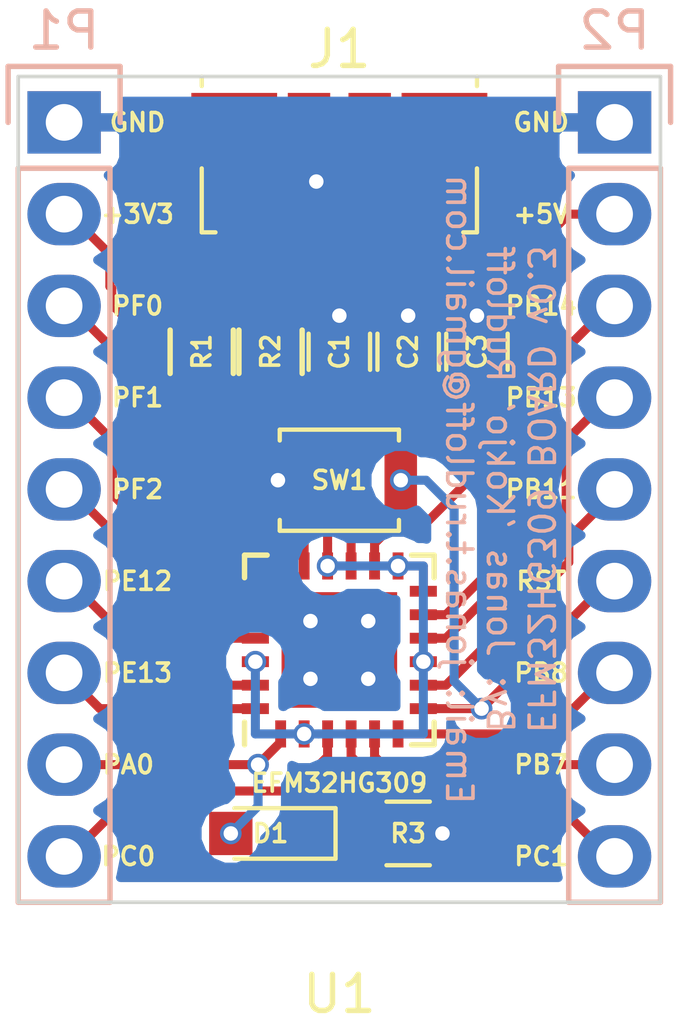
<source format=kicad_pcb>
(kicad_pcb (version 4) (host pcbnew 4.0.7+dfsg1-1)

  (general
    (links 49)
    (no_connects 0)
    (area 134.686667 93.569 159.953334 122.795)
    (thickness 1.6)
    (drawings 24)
    (tracks 158)
    (zones 0)
    (modules 12)
    (nets 25)
  )

  (page A4)
  (layers
    (0 F.Cu signal)
    (31 B.Cu signal)
    (32 B.Adhes user hide)
    (33 F.Adhes user hide)
    (34 B.Paste user hide)
    (35 F.Paste user hide)
    (36 B.SilkS user)
    (37 F.SilkS user)
    (38 B.Mask user hide)
    (39 F.Mask user hide)
    (40 Dwgs.User user hide)
    (41 Cmts.User user hide)
    (42 Eco1.User user hide)
    (43 Eco2.User user hide)
    (44 Edge.Cuts user)
    (45 Margin user hide)
    (46 B.CrtYd user hide)
    (47 F.CrtYd user hide)
    (48 B.Fab user hide)
    (49 F.Fab user hide)
  )

  (setup
    (last_trace_width 0.25)
    (trace_clearance 0.18)
    (zone_clearance 0.508)
    (zone_45_only no)
    (trace_min 0.2)
    (segment_width 0.2)
    (edge_width 0.1)
    (via_size 0.6)
    (via_drill 0.4)
    (via_min_size 0.4)
    (via_min_drill 0.3)
    (uvia_size 0.3)
    (uvia_drill 0.1)
    (uvias_allowed no)
    (uvia_min_size 0.2)
    (uvia_min_drill 0.1)
    (pcb_text_width 0.1)
    (pcb_text_size 0.5 0.5)
    (mod_edge_width 0.15)
    (mod_text_size 0.5 0.5)
    (mod_text_width 0.1)
    (pad_size 1.5 1.5)
    (pad_drill 0.6)
    (pad_to_mask_clearance 0)
    (aux_axis_origin 0 0)
    (visible_elements FFFF7F7F)
    (pcbplotparams
      (layerselection 0x00008_00000000)
      (usegerberextensions false)
      (excludeedgelayer true)
      (linewidth 0.100000)
      (plotframeref false)
      (viasonmask false)
      (mode 1)
      (useauxorigin false)
      (hpglpennumber 1)
      (hpglpenspeed 20)
      (hpglpendiameter 15)
      (hpglpenoverlay 2)
      (psnegative false)
      (psa4output false)
      (plotreference true)
      (plotvalue true)
      (plotinvisibletext false)
      (padsonsilk false)
      (subtractmaskfromsilk false)
      (outputformat 1)
      (mirror false)
      (drillshape 0)
      (scaleselection 1)
      (outputdirectory gerbers/))
  )

  (net 0 "")
  (net 1 GND)
  (net 2 +3V3)
  (net 3 +5V)
  (net 4 "Net-(R1-Pad2)")
  (net 5 "Net-(R2-Pad2)")
  (net 6 /PF0)
  (net 7 /PF1)
  (net 8 /PF2)
  (net 9 /PE12)
  (net 10 /PE13)
  (net 11 /PA0)
  (net 12 /PC0)
  (net 13 /PB14)
  (net 14 /PB13)
  (net 15 /PB11)
  (net 16 /RST)
  (net 17 /PB8)
  (net 18 /PB7)
  (net 19 /PC1)
  (net 20 "Net-(C3-Pad1)")
  (net 21 "Net-(D1-Pad1)")
  (net 22 "Net-(J1-Pad2)")
  (net 23 "Net-(J1-Pad3)")
  (net 24 "Net-(J1-Pad6)")

  (net_class Default "This is the default net class."
    (clearance 0.18)
    (trace_width 0.25)
    (via_dia 0.6)
    (via_drill 0.4)
    (uvia_dia 0.3)
    (uvia_drill 0.1)
    (add_net +3V3)
    (add_net +5V)
    (add_net /PA0)
    (add_net /PB11)
    (add_net /PB13)
    (add_net /PB14)
    (add_net /PB7)
    (add_net /PB8)
    (add_net /PC0)
    (add_net /PC1)
    (add_net /PE12)
    (add_net /PE13)
    (add_net /PF0)
    (add_net /PF1)
    (add_net /PF2)
    (add_net /RST)
    (add_net GND)
    (add_net "Net-(C3-Pad1)")
    (add_net "Net-(D1-Pad1)")
    (add_net "Net-(J1-Pad2)")
    (add_net "Net-(J1-Pad3)")
    (add_net "Net-(J1-Pad6)")
    (add_net "Net-(R1-Pad2)")
    (add_net "Net-(R2-Pad2)")
  )

  (module Pin_Headers:Pin_Header_Straight_1x09 (layer B.Cu) (tedit 0) (tstamp 5A79F576)
    (at 139.7 97.79 180)
    (descr "Through hole pin header")
    (tags "pin header")
    (path /5A79C357)
    (fp_text reference P1 (at 0 2.54 180) (layer B.SilkS)
      (effects (font (size 1 1) (thickness 0.15)) (justify mirror))
    )
    (fp_text value CONN_01X09 (at 0 3.1 180) (layer B.Fab)
      (effects (font (size 1 1) (thickness 0.15)) (justify mirror))
    )
    (fp_line (start -1.75 1.75) (end -1.75 -22.1) (layer B.CrtYd) (width 0.05))
    (fp_line (start 1.75 1.75) (end 1.75 -22.1) (layer B.CrtYd) (width 0.05))
    (fp_line (start -1.75 1.75) (end 1.75 1.75) (layer B.CrtYd) (width 0.05))
    (fp_line (start -1.75 -22.1) (end 1.75 -22.1) (layer B.CrtYd) (width 0.05))
    (fp_line (start 1.27 -1.27) (end 1.27 -21.59) (layer B.SilkS) (width 0.15))
    (fp_line (start 1.27 -21.59) (end -1.27 -21.59) (layer B.SilkS) (width 0.15))
    (fp_line (start -1.27 -21.59) (end -1.27 -1.27) (layer B.SilkS) (width 0.15))
    (fp_line (start 1.55 1.55) (end 1.55 0) (layer B.SilkS) (width 0.15))
    (fp_line (start 1.27 -1.27) (end -1.27 -1.27) (layer B.SilkS) (width 0.15))
    (fp_line (start -1.55 0) (end -1.55 1.55) (layer B.SilkS) (width 0.15))
    (fp_line (start -1.55 1.55) (end 1.55 1.55) (layer B.SilkS) (width 0.15))
    (pad 1 thru_hole rect (at 0 0 180) (size 2.032 1.7272) (drill 1.016) (layers *.Cu *.Mask)
      (net 1 GND))
    (pad 2 thru_hole oval (at 0 -2.54 180) (size 2.032 1.7272) (drill 1.016) (layers *.Cu *.Mask)
      (net 2 +3V3))
    (pad 3 thru_hole oval (at 0 -5.08 180) (size 2.032 1.7272) (drill 1.016) (layers *.Cu *.Mask)
      (net 6 /PF0))
    (pad 4 thru_hole oval (at 0 -7.62 180) (size 2.032 1.7272) (drill 1.016) (layers *.Cu *.Mask)
      (net 7 /PF1))
    (pad 5 thru_hole oval (at 0 -10.16 180) (size 2.032 1.7272) (drill 1.016) (layers *.Cu *.Mask)
      (net 8 /PF2))
    (pad 6 thru_hole oval (at 0 -12.7 180) (size 2.032 1.7272) (drill 1.016) (layers *.Cu *.Mask)
      (net 9 /PE12))
    (pad 7 thru_hole oval (at 0 -15.24 180) (size 2.032 1.7272) (drill 1.016) (layers *.Cu *.Mask)
      (net 10 /PE13))
    (pad 8 thru_hole oval (at 0 -17.78 180) (size 2.032 1.7272) (drill 1.016) (layers *.Cu *.Mask)
      (net 11 /PA0))
    (pad 9 thru_hole oval (at 0 -20.32 180) (size 2.032 1.7272) (drill 1.016) (layers *.Cu *.Mask)
      (net 12 /PC0))
    (model Pin_Headers.3dshapes/Pin_Header_Straight_1x09.wrl
      (at (xyz 0 -0.4 0))
      (scale (xyz 1 1 1))
      (rotate (xyz 0 0 90))
    )
  )

  (module Pin_Headers:Pin_Header_Straight_1x09 (layer B.Cu) (tedit 0) (tstamp 5A79F58E)
    (at 154.94 97.79 180)
    (descr "Through hole pin header")
    (tags "pin header")
    (path /5A79C440)
    (fp_text reference P2 (at 0 2.54 180) (layer B.SilkS)
      (effects (font (size 1 1) (thickness 0.15)) (justify mirror))
    )
    (fp_text value CONN_01X09 (at 0 3.1 180) (layer B.Fab)
      (effects (font (size 1 1) (thickness 0.15)) (justify mirror))
    )
    (fp_line (start -1.75 1.75) (end -1.75 -22.1) (layer B.CrtYd) (width 0.05))
    (fp_line (start 1.75 1.75) (end 1.75 -22.1) (layer B.CrtYd) (width 0.05))
    (fp_line (start -1.75 1.75) (end 1.75 1.75) (layer B.CrtYd) (width 0.05))
    (fp_line (start -1.75 -22.1) (end 1.75 -22.1) (layer B.CrtYd) (width 0.05))
    (fp_line (start 1.27 -1.27) (end 1.27 -21.59) (layer B.SilkS) (width 0.15))
    (fp_line (start 1.27 -21.59) (end -1.27 -21.59) (layer B.SilkS) (width 0.15))
    (fp_line (start -1.27 -21.59) (end -1.27 -1.27) (layer B.SilkS) (width 0.15))
    (fp_line (start 1.55 1.55) (end 1.55 0) (layer B.SilkS) (width 0.15))
    (fp_line (start 1.27 -1.27) (end -1.27 -1.27) (layer B.SilkS) (width 0.15))
    (fp_line (start -1.55 0) (end -1.55 1.55) (layer B.SilkS) (width 0.15))
    (fp_line (start -1.55 1.55) (end 1.55 1.55) (layer B.SilkS) (width 0.15))
    (pad 1 thru_hole rect (at 0 0 180) (size 2.032 1.7272) (drill 1.016) (layers *.Cu *.Mask)
      (net 1 GND))
    (pad 2 thru_hole oval (at 0 -2.54 180) (size 2.032 1.7272) (drill 1.016) (layers *.Cu *.Mask)
      (net 3 +5V))
    (pad 3 thru_hole oval (at 0 -5.08 180) (size 2.032 1.7272) (drill 1.016) (layers *.Cu *.Mask)
      (net 13 /PB14))
    (pad 4 thru_hole oval (at 0 -7.62 180) (size 2.032 1.7272) (drill 1.016) (layers *.Cu *.Mask)
      (net 14 /PB13))
    (pad 5 thru_hole oval (at 0 -10.16 180) (size 2.032 1.7272) (drill 1.016) (layers *.Cu *.Mask)
      (net 15 /PB11))
    (pad 6 thru_hole oval (at 0 -12.7 180) (size 2.032 1.7272) (drill 1.016) (layers *.Cu *.Mask)
      (net 16 /RST))
    (pad 7 thru_hole oval (at 0 -15.24 180) (size 2.032 1.7272) (drill 1.016) (layers *.Cu *.Mask)
      (net 17 /PB8))
    (pad 8 thru_hole oval (at 0 -17.78 180) (size 2.032 1.7272) (drill 1.016) (layers *.Cu *.Mask)
      (net 18 /PB7))
    (pad 9 thru_hole oval (at 0 -20.32 180) (size 2.032 1.7272) (drill 1.016) (layers *.Cu *.Mask)
      (net 19 /PC1))
    (model Pin_Headers.3dshapes/Pin_Header_Straight_1x09.wrl
      (at (xyz 0 -0.4 0))
      (scale (xyz 1 1 1))
      (rotate (xyz 0 0 90))
    )
  )

  (module Resistors_SMD:R_0805 (layer F.Cu) (tedit 5ADCDAAA) (tstamp 5A79F5BE)
    (at 143.51 104.14 270)
    (descr "Resistor SMD 0805, reflow soldering, Vishay (see dcrcw.pdf)")
    (tags "resistor 0805")
    (path /5A79B89A)
    (attr smd)
    (fp_text reference R1 (at 0 0 270) (layer F.SilkS)
      (effects (font (size 0.5 0.5) (thickness 0.1)))
    )
    (fp_text value 15 (at 0 2.1 270) (layer F.Fab)
      (effects (font (size 1 1) (thickness 0.15)))
    )
    (fp_line (start -1 0.625) (end -1 -0.625) (layer F.Fab) (width 0.1))
    (fp_line (start 1 0.625) (end -1 0.625) (layer F.Fab) (width 0.1))
    (fp_line (start 1 -0.625) (end 1 0.625) (layer F.Fab) (width 0.1))
    (fp_line (start -1 -0.625) (end 1 -0.625) (layer F.Fab) (width 0.1))
    (fp_line (start -1.6 -1) (end 1.6 -1) (layer F.CrtYd) (width 0.05))
    (fp_line (start -1.6 1) (end 1.6 1) (layer F.CrtYd) (width 0.05))
    (fp_line (start -1.6 -1) (end -1.6 1) (layer F.CrtYd) (width 0.05))
    (fp_line (start 1.6 -1) (end 1.6 1) (layer F.CrtYd) (width 0.05))
    (fp_line (start 0.6 0.875) (end -0.6 0.875) (layer F.SilkS) (width 0.15))
    (fp_line (start -0.6 -0.875) (end 0.6 -0.875) (layer F.SilkS) (width 0.15))
    (pad 1 smd rect (at -0.95 0 270) (size 0.7 1.3) (layers F.Cu F.Paste F.Mask)
      (net 23 "Net-(J1-Pad3)"))
    (pad 2 smd rect (at 0.95 0 270) (size 0.7 1.3) (layers F.Cu F.Paste F.Mask)
      (net 4 "Net-(R1-Pad2)"))
    (model Resistors_SMD.3dshapes/R_0805.wrl
      (at (xyz 0 0 0))
      (scale (xyz 1 1 1))
      (rotate (xyz 0 0 0))
    )
  )

  (module Resistors_SMD:R_0805 (layer F.Cu) (tedit 5ADCDAA3) (tstamp 5A79F5CE)
    (at 145.415 104.14 270)
    (descr "Resistor SMD 0805, reflow soldering, Vishay (see dcrcw.pdf)")
    (tags "resistor 0805")
    (path /5A79B80C)
    (attr smd)
    (fp_text reference R2 (at 0 0 270) (layer F.SilkS)
      (effects (font (size 0.5 0.5) (thickness 0.1)))
    )
    (fp_text value 15 (at 0 2.1 270) (layer F.Fab)
      (effects (font (size 1 1) (thickness 0.15)))
    )
    (fp_line (start -1 0.625) (end -1 -0.625) (layer F.Fab) (width 0.1))
    (fp_line (start 1 0.625) (end -1 0.625) (layer F.Fab) (width 0.1))
    (fp_line (start 1 -0.625) (end 1 0.625) (layer F.Fab) (width 0.1))
    (fp_line (start -1 -0.625) (end 1 -0.625) (layer F.Fab) (width 0.1))
    (fp_line (start -1.6 -1) (end 1.6 -1) (layer F.CrtYd) (width 0.05))
    (fp_line (start -1.6 1) (end 1.6 1) (layer F.CrtYd) (width 0.05))
    (fp_line (start -1.6 -1) (end -1.6 1) (layer F.CrtYd) (width 0.05))
    (fp_line (start 1.6 -1) (end 1.6 1) (layer F.CrtYd) (width 0.05))
    (fp_line (start 0.6 0.875) (end -0.6 0.875) (layer F.SilkS) (width 0.15))
    (fp_line (start -0.6 -0.875) (end 0.6 -0.875) (layer F.SilkS) (width 0.15))
    (pad 1 smd rect (at -0.95 0 270) (size 0.7 1.3) (layers F.Cu F.Paste F.Mask)
      (net 22 "Net-(J1-Pad2)"))
    (pad 2 smd rect (at 0.95 0 270) (size 0.7 1.3) (layers F.Cu F.Paste F.Mask)
      (net 5 "Net-(R2-Pad2)"))
    (model Resistors_SMD.3dshapes/R_0805.wrl
      (at (xyz 0 0 0))
      (scale (xyz 1 1 1))
      (rotate (xyz 0 0 0))
    )
  )

  (module Capacitors_SMD:C_0805 (layer F.Cu) (tedit 5ADCDA85) (tstamp 5ADBEA0D)
    (at 147.32 104.14 90)
    (descr "Capacitor SMD 0805, reflow soldering, AVX (see smccp.pdf)")
    (tags "capacitor 0805")
    (path /5A79BC32)
    (attr smd)
    (fp_text reference C1 (at 0 0 90) (layer F.SilkS)
      (effects (font (size 0.5 0.5) (thickness 0.1)))
    )
    (fp_text value 1uF (at 0 1.75 90) (layer F.Fab)
      (effects (font (size 1 1) (thickness 0.15)))
    )
    (fp_text user %R (at 0 -1.5 90) (layer F.Fab)
      (effects (font (size 1 1) (thickness 0.15)))
    )
    (fp_line (start -1 0.62) (end -1 -0.62) (layer F.Fab) (width 0.1))
    (fp_line (start 1 0.62) (end -1 0.62) (layer F.Fab) (width 0.1))
    (fp_line (start 1 -0.62) (end 1 0.62) (layer F.Fab) (width 0.1))
    (fp_line (start -1 -0.62) (end 1 -0.62) (layer F.Fab) (width 0.1))
    (fp_line (start 0.5 -0.85) (end -0.5 -0.85) (layer F.SilkS) (width 0.12))
    (fp_line (start -0.5 0.85) (end 0.5 0.85) (layer F.SilkS) (width 0.12))
    (fp_line (start -1.75 -0.88) (end 1.75 -0.88) (layer F.CrtYd) (width 0.05))
    (fp_line (start -1.75 -0.88) (end -1.75 0.87) (layer F.CrtYd) (width 0.05))
    (fp_line (start 1.75 0.87) (end 1.75 -0.88) (layer F.CrtYd) (width 0.05))
    (fp_line (start 1.75 0.87) (end -1.75 0.87) (layer F.CrtYd) (width 0.05))
    (pad 1 smd rect (at -1 0 90) (size 1 1.25) (layers F.Cu F.Paste F.Mask)
      (net 2 +3V3))
    (pad 2 smd rect (at 1 0 90) (size 1 1.25) (layers F.Cu F.Paste F.Mask)
      (net 1 GND))
    (model Capacitors_SMD.3dshapes/C_0805.wrl
      (at (xyz 0 0 0))
      (scale (xyz 1 1 1))
      (rotate (xyz 0 0 0))
    )
  )

  (module Capacitors_SMD:C_0805 (layer F.Cu) (tedit 5ADCDA93) (tstamp 5ADBEA1E)
    (at 149.225 104.14 90)
    (descr "Capacitor SMD 0805, reflow soldering, AVX (see smccp.pdf)")
    (tags "capacitor 0805")
    (path /5A79BF4C)
    (attr smd)
    (fp_text reference C2 (at 0 0 90) (layer F.SilkS)
      (effects (font (size 0.5 0.5) (thickness 0.1)))
    )
    (fp_text value 4.7uF (at 0 1.75 90) (layer F.Fab)
      (effects (font (size 1 1) (thickness 0.15)))
    )
    (fp_text user %R (at 0 -1.5 90) (layer F.Fab)
      (effects (font (size 1 1) (thickness 0.15)))
    )
    (fp_line (start -1 0.62) (end -1 -0.62) (layer F.Fab) (width 0.1))
    (fp_line (start 1 0.62) (end -1 0.62) (layer F.Fab) (width 0.1))
    (fp_line (start 1 -0.62) (end 1 0.62) (layer F.Fab) (width 0.1))
    (fp_line (start -1 -0.62) (end 1 -0.62) (layer F.Fab) (width 0.1))
    (fp_line (start 0.5 -0.85) (end -0.5 -0.85) (layer F.SilkS) (width 0.12))
    (fp_line (start -0.5 0.85) (end 0.5 0.85) (layer F.SilkS) (width 0.12))
    (fp_line (start -1.75 -0.88) (end 1.75 -0.88) (layer F.CrtYd) (width 0.05))
    (fp_line (start -1.75 -0.88) (end -1.75 0.87) (layer F.CrtYd) (width 0.05))
    (fp_line (start 1.75 0.87) (end 1.75 -0.88) (layer F.CrtYd) (width 0.05))
    (fp_line (start 1.75 0.87) (end -1.75 0.87) (layer F.CrtYd) (width 0.05))
    (pad 1 smd rect (at -1 0 90) (size 1 1.25) (layers F.Cu F.Paste F.Mask)
      (net 3 +5V))
    (pad 2 smd rect (at 1 0 90) (size 1 1.25) (layers F.Cu F.Paste F.Mask)
      (net 1 GND))
    (model Capacitors_SMD.3dshapes/C_0805.wrl
      (at (xyz 0 0 0))
      (scale (xyz 1 1 1))
      (rotate (xyz 0 0 0))
    )
  )

  (module Capacitors_SMD:C_0805 (layer F.Cu) (tedit 5ADCDA9B) (tstamp 5ADBEA2F)
    (at 151.13 104.14 90)
    (descr "Capacitor SMD 0805, reflow soldering, AVX (see smccp.pdf)")
    (tags "capacitor 0805")
    (path /5A79BCA8)
    (attr smd)
    (fp_text reference C3 (at 0 0 90) (layer F.SilkS)
      (effects (font (size 0.5 0.5) (thickness 0.1)))
    )
    (fp_text value 1uF (at 0 1.75 90) (layer F.Fab)
      (effects (font (size 1 1) (thickness 0.15)))
    )
    (fp_text user %R (at 0 -1.5 90) (layer F.Fab)
      (effects (font (size 1 1) (thickness 0.15)))
    )
    (fp_line (start -1 0.62) (end -1 -0.62) (layer F.Fab) (width 0.1))
    (fp_line (start 1 0.62) (end -1 0.62) (layer F.Fab) (width 0.1))
    (fp_line (start 1 -0.62) (end 1 0.62) (layer F.Fab) (width 0.1))
    (fp_line (start -1 -0.62) (end 1 -0.62) (layer F.Fab) (width 0.1))
    (fp_line (start 0.5 -0.85) (end -0.5 -0.85) (layer F.SilkS) (width 0.12))
    (fp_line (start -0.5 0.85) (end 0.5 0.85) (layer F.SilkS) (width 0.12))
    (fp_line (start -1.75 -0.88) (end 1.75 -0.88) (layer F.CrtYd) (width 0.05))
    (fp_line (start -1.75 -0.88) (end -1.75 0.87) (layer F.CrtYd) (width 0.05))
    (fp_line (start 1.75 0.87) (end 1.75 -0.88) (layer F.CrtYd) (width 0.05))
    (fp_line (start 1.75 0.87) (end -1.75 0.87) (layer F.CrtYd) (width 0.05))
    (pad 1 smd rect (at -1 0 90) (size 1 1.25) (layers F.Cu F.Paste F.Mask)
      (net 20 "Net-(C3-Pad1)"))
    (pad 2 smd rect (at 1 0 90) (size 1 1.25) (layers F.Cu F.Paste F.Mask)
      (net 1 GND))
    (model Capacitors_SMD.3dshapes/C_0805.wrl
      (at (xyz 0 0 0))
      (scale (xyz 1 1 1))
      (rotate (xyz 0 0 0))
    )
  )

  (module Buttons_Switches_SMD:SW_SPST_B3U-1000P (layer F.Cu) (tedit 5ADCDAFE) (tstamp 5ADC76BE)
    (at 147.32 107.696 180)
    (descr "Ultra-small-sized Tactile Switch with High Contact Reliability, Top-actuated Model, without Ground Terminal, without Boss")
    (tags "Tactile Switch")
    (path /5ADC74F0)
    (attr smd)
    (fp_text reference SW1 (at 0 0 180) (layer F.SilkS)
      (effects (font (size 0.5 0.5) (thickness 0.1)))
    )
    (fp_text value RST (at 0 2.5 180) (layer F.Fab)
      (effects (font (size 1 1) (thickness 0.15)))
    )
    (fp_text user %R (at 0 -2.5 180) (layer F.Fab)
      (effects (font (size 1 1) (thickness 0.15)))
    )
    (fp_line (start -2.4 1.65) (end 2.4 1.65) (layer F.CrtYd) (width 0.05))
    (fp_line (start 2.4 1.65) (end 2.4 -1.65) (layer F.CrtYd) (width 0.05))
    (fp_line (start 2.4 -1.65) (end -2.4 -1.65) (layer F.CrtYd) (width 0.05))
    (fp_line (start -2.4 -1.65) (end -2.4 1.65) (layer F.CrtYd) (width 0.05))
    (fp_line (start -1.65 1.1) (end -1.65 1.4) (layer F.SilkS) (width 0.12))
    (fp_line (start -1.65 1.4) (end 1.65 1.4) (layer F.SilkS) (width 0.12))
    (fp_line (start 1.65 1.4) (end 1.65 1.1) (layer F.SilkS) (width 0.12))
    (fp_line (start -1.65 -1.1) (end -1.65 -1.4) (layer F.SilkS) (width 0.12))
    (fp_line (start -1.65 -1.4) (end 1.65 -1.4) (layer F.SilkS) (width 0.12))
    (fp_line (start 1.65 -1.4) (end 1.65 -1.1) (layer F.SilkS) (width 0.12))
    (fp_line (start -1.5 -1.25) (end 1.5 -1.25) (layer F.Fab) (width 0.1))
    (fp_line (start 1.5 -1.25) (end 1.5 1.25) (layer F.Fab) (width 0.1))
    (fp_line (start 1.5 1.25) (end -1.5 1.25) (layer F.Fab) (width 0.1))
    (fp_line (start -1.5 1.25) (end -1.5 -1.25) (layer F.Fab) (width 0.1))
    (fp_circle (center 0 0) (end 0.75 0) (layer F.Fab) (width 0.1))
    (pad 1 smd rect (at -1.7 0 180) (size 0.9 1.7) (layers F.Cu F.Paste F.Mask)
      (net 16 /RST))
    (pad 2 smd rect (at 1.7 0 180) (size 0.9 1.7) (layers F.Cu F.Paste F.Mask)
      (net 1 GND))
    (model ${KISYS3DMOD}/Buttons_Switches_SMD.3dshapes/SW_SPST_B3U-1000P.wrl
      (at (xyz 0 0 0))
      (scale (xyz 1 1 1))
      (rotate (xyz 0 0 0))
    )
  )

  (module Resistors_SMD:R_0805 (layer F.Cu) (tedit 5ADCDAD7) (tstamp 5ADCD86C)
    (at 149.225 117.475 180)
    (descr "Resistor SMD 0805, reflow soldering, Vishay (see dcrcw.pdf)")
    (tags "resistor 0805")
    (path /5ADCD924)
    (attr smd)
    (fp_text reference R3 (at 0 0 180) (layer F.SilkS)
      (effects (font (size 0.5 0.5) (thickness 0.1)))
    )
    (fp_text value R_Small (at 0 1.75 180) (layer F.Fab)
      (effects (font (size 1 1) (thickness 0.15)))
    )
    (fp_text user %R (at 0 0 180) (layer F.Fab)
      (effects (font (size 0.5 0.5) (thickness 0.075)))
    )
    (fp_line (start -1 0.62) (end -1 -0.62) (layer F.Fab) (width 0.1))
    (fp_line (start 1 0.62) (end -1 0.62) (layer F.Fab) (width 0.1))
    (fp_line (start 1 -0.62) (end 1 0.62) (layer F.Fab) (width 0.1))
    (fp_line (start -1 -0.62) (end 1 -0.62) (layer F.Fab) (width 0.1))
    (fp_line (start 0.6 0.88) (end -0.6 0.88) (layer F.SilkS) (width 0.12))
    (fp_line (start -0.6 -0.88) (end 0.6 -0.88) (layer F.SilkS) (width 0.12))
    (fp_line (start -1.55 -0.9) (end 1.55 -0.9) (layer F.CrtYd) (width 0.05))
    (fp_line (start -1.55 -0.9) (end -1.55 0.9) (layer F.CrtYd) (width 0.05))
    (fp_line (start 1.55 0.9) (end 1.55 -0.9) (layer F.CrtYd) (width 0.05))
    (fp_line (start 1.55 0.9) (end -1.55 0.9) (layer F.CrtYd) (width 0.05))
    (pad 1 smd rect (at -0.95 0 180) (size 0.7 1.3) (layers F.Cu F.Paste F.Mask)
      (net 1 GND))
    (pad 2 smd rect (at 0.95 0 180) (size 0.7 1.3) (layers F.Cu F.Paste F.Mask)
      (net 21 "Net-(D1-Pad1)"))
    (model ${KISYS3DMOD}/Resistors_SMD.3dshapes/R_0805.wrl
      (at (xyz 0 0 0))
      (scale (xyz 1 1 1))
      (rotate (xyz 0 0 0))
    )
  )

  (module LEDs:LED_0805 (layer F.Cu) (tedit 5ADCEAD0) (tstamp 5ADCEAAE)
    (at 145.415 117.475 180)
    (descr "LED 0805 smd package")
    (tags "LED led 0805 SMD smd SMT smt smdled SMDLED smtled SMTLED")
    (path /5ADCD89F)
    (attr smd)
    (fp_text reference D1 (at 0 0 180) (layer F.SilkS)
      (effects (font (size 0.5 0.5) (thickness 0.1)))
    )
    (fp_text value LED (at 0 1.55 180) (layer F.Fab)
      (effects (font (size 1 1) (thickness 0.15)))
    )
    (fp_line (start -1.8 -0.7) (end -1.8 0.7) (layer F.SilkS) (width 0.12))
    (fp_line (start -0.4 -0.4) (end -0.4 0.4) (layer F.Fab) (width 0.1))
    (fp_line (start -0.4 0) (end 0.2 -0.4) (layer F.Fab) (width 0.1))
    (fp_line (start 0.2 0.4) (end -0.4 0) (layer F.Fab) (width 0.1))
    (fp_line (start 0.2 -0.4) (end 0.2 0.4) (layer F.Fab) (width 0.1))
    (fp_line (start 1 0.6) (end -1 0.6) (layer F.Fab) (width 0.1))
    (fp_line (start 1 -0.6) (end 1 0.6) (layer F.Fab) (width 0.1))
    (fp_line (start -1 -0.6) (end 1 -0.6) (layer F.Fab) (width 0.1))
    (fp_line (start -1 0.6) (end -1 -0.6) (layer F.Fab) (width 0.1))
    (fp_line (start -1.8 0.7) (end 1 0.7) (layer F.SilkS) (width 0.12))
    (fp_line (start -1.8 -0.7) (end 1 -0.7) (layer F.SilkS) (width 0.12))
    (fp_line (start 1.95 -0.85) (end 1.95 0.85) (layer F.CrtYd) (width 0.05))
    (fp_line (start 1.95 0.85) (end -1.95 0.85) (layer F.CrtYd) (width 0.05))
    (fp_line (start -1.95 0.85) (end -1.95 -0.85) (layer F.CrtYd) (width 0.05))
    (fp_line (start -1.95 -0.85) (end 1.95 -0.85) (layer F.CrtYd) (width 0.05))
    (fp_text user %R (at 0 -1.25 180) (layer F.Fab)
      (effects (font (size 0.4 0.4) (thickness 0.1)))
    )
    (pad 2 smd rect (at 1.1 0) (size 1.2 1.2) (layers F.Cu F.Paste F.Mask)
      (net 11 /PA0))
    (pad 1 smd rect (at -1.1 0) (size 1.2 1.2) (layers F.Cu F.Paste F.Mask)
      (net 21 "Net-(D1-Pad1)"))
    (model ${KISYS3DMOD}/LEDs.3dshapes/LED_0805.wrl
      (at (xyz 0 0 0))
      (scale (xyz 1 1 1))
      (rotate (xyz 0 0 180))
    )
  )

  (module Housings_DFN_QFN:QFN-24-1EP_5x5mm_Pitch0.65mm (layer F.Cu) (tedit 54130A77) (tstamp 5ADD93F3)
    (at 147.32 112.395 90)
    (descr "UH Package; 24-Lead Plastic QFN (5mm x 5mm); (see Linear Technology (UH24) QFN 05-08-1747 Rev A.pdf)")
    (tags "QFN 0.65")
    (path /5A79B5EE)
    (attr smd)
    (fp_text reference U1 (at -9.525 0 180) (layer F.SilkS)
      (effects (font (size 1 1) (thickness 0.15)))
    )
    (fp_text value EFM32HG309 (at 0 3.7 90) (layer F.Fab)
      (effects (font (size 1 1) (thickness 0.15)))
    )
    (fp_line (start -1.5 -2.5) (end 2.5 -2.5) (layer F.Fab) (width 0.15))
    (fp_line (start 2.5 -2.5) (end 2.5 2.5) (layer F.Fab) (width 0.15))
    (fp_line (start 2.5 2.5) (end -2.5 2.5) (layer F.Fab) (width 0.15))
    (fp_line (start -2.5 2.5) (end -2.5 -1.5) (layer F.Fab) (width 0.15))
    (fp_line (start -2.5 -1.5) (end -1.5 -2.5) (layer F.Fab) (width 0.15))
    (fp_line (start -2.95 -2.95) (end -2.95 2.95) (layer F.CrtYd) (width 0.05))
    (fp_line (start 2.95 -2.95) (end 2.95 2.95) (layer F.CrtYd) (width 0.05))
    (fp_line (start -2.95 -2.95) (end 2.95 -2.95) (layer F.CrtYd) (width 0.05))
    (fp_line (start -2.95 2.95) (end 2.95 2.95) (layer F.CrtYd) (width 0.05))
    (fp_line (start 2.625 -2.625) (end 2.625 -2) (layer F.SilkS) (width 0.15))
    (fp_line (start -2.625 2.625) (end -2.625 2) (layer F.SilkS) (width 0.15))
    (fp_line (start 2.625 2.625) (end 2.625 2) (layer F.SilkS) (width 0.15))
    (fp_line (start -2.625 -2.625) (end -2 -2.625) (layer F.SilkS) (width 0.15))
    (fp_line (start -2.625 2.625) (end -2 2.625) (layer F.SilkS) (width 0.15))
    (fp_line (start 2.625 2.625) (end 2 2.625) (layer F.SilkS) (width 0.15))
    (fp_line (start 2.625 -2.625) (end 2 -2.625) (layer F.SilkS) (width 0.15))
    (pad 1 smd rect (at -2.325 -1.625 90) (size 0.75 0.3) (layers F.Cu F.Paste F.Mask)
      (net 11 /PA0))
    (pad 2 smd rect (at -2.325 -0.975 90) (size 0.75 0.3) (layers F.Cu F.Paste F.Mask)
      (net 2 +3V3))
    (pad 3 smd rect (at -2.325 -0.325 90) (size 0.75 0.3) (layers F.Cu F.Paste F.Mask)
      (net 12 /PC0))
    (pad 4 smd rect (at -2.325 0.325 90) (size 0.75 0.3) (layers F.Cu F.Paste F.Mask)
      (net 19 /PC1))
    (pad 5 smd rect (at -2.325 0.975 90) (size 0.75 0.3) (layers F.Cu F.Paste F.Mask)
      (net 18 /PB7))
    (pad 6 smd rect (at -2.325 1.625 90) (size 0.75 0.3) (layers F.Cu F.Paste F.Mask)
      (net 17 /PB8))
    (pad 7 smd rect (at -1.625 2.325 180) (size 0.75 0.3) (layers F.Cu F.Paste F.Mask)
      (net 16 /RST))
    (pad 8 smd rect (at -0.975 2.325 180) (size 0.75 0.3) (layers F.Cu F.Paste F.Mask)
      (net 15 /PB11))
    (pad 9 smd rect (at -0.325 2.325 180) (size 0.75 0.3) (layers F.Cu F.Paste F.Mask)
      (net 2 +3V3))
    (pad 10 smd rect (at 0.325 2.325 180) (size 0.75 0.3) (layers F.Cu F.Paste F.Mask)
      (net 14 /PB13))
    (pad 11 smd rect (at 0.975 2.325 180) (size 0.75 0.3) (layers F.Cu F.Paste F.Mask)
      (net 13 /PB14))
    (pad 12 smd rect (at 1.625 2.325 180) (size 0.75 0.3) (layers F.Cu F.Paste F.Mask)
      (net 2 +3V3))
    (pad 13 smd rect (at 2.325 1.625 90) (size 0.75 0.3) (layers F.Cu F.Paste F.Mask)
      (net 2 +3V3))
    (pad 14 smd rect (at 2.325 0.975 90) (size 0.75 0.3) (layers F.Cu F.Paste F.Mask)
      (net 20 "Net-(C3-Pad1)"))
    (pad 15 smd rect (at 2.325 0.325 90) (size 0.75 0.3) (layers F.Cu F.Paste F.Mask)
      (net 3 +5V))
    (pad 16 smd rect (at 2.325 -0.325 90) (size 0.75 0.3) (layers F.Cu F.Paste F.Mask)
      (net 2 +3V3))
    (pad 17 smd rect (at 2.325 -0.975 90) (size 0.75 0.3) (layers F.Cu F.Paste F.Mask)
      (net 5 "Net-(R2-Pad2)"))
    (pad 18 smd rect (at 2.325 -1.625 90) (size 0.75 0.3) (layers F.Cu F.Paste F.Mask)
      (net 4 "Net-(R1-Pad2)"))
    (pad 19 smd rect (at 1.625 -2.325 180) (size 0.75 0.3) (layers F.Cu F.Paste F.Mask)
      (net 6 /PF0))
    (pad 20 smd rect (at 0.975 -2.325 180) (size 0.75 0.3) (layers F.Cu F.Paste F.Mask)
      (net 7 /PF1))
    (pad 21 smd rect (at 0.325 -2.325 180) (size 0.75 0.3) (layers F.Cu F.Paste F.Mask)
      (net 8 /PF2))
    (pad 22 smd rect (at -0.325 -2.325 180) (size 0.75 0.3) (layers F.Cu F.Paste F.Mask)
      (net 2 +3V3))
    (pad 23 smd rect (at -0.975 -2.325 180) (size 0.75 0.3) (layers F.Cu F.Paste F.Mask)
      (net 9 /PE12))
    (pad 24 smd rect (at -1.625 -2.325 180) (size 0.75 0.3) (layers F.Cu F.Paste F.Mask)
      (net 10 /PE13))
    (pad 25 smd rect (at 0.8 0.8 90) (size 1.6 1.6) (layers F.Cu F.Paste F.Mask)
      (net 1 GND) (solder_paste_margin_ratio -0.2))
    (pad 25 smd rect (at 0.8 -0.8 90) (size 1.6 1.6) (layers F.Cu F.Paste F.Mask)
      (net 1 GND) (solder_paste_margin_ratio -0.2))
    (pad 25 smd rect (at -0.8 0.8 90) (size 1.6 1.6) (layers F.Cu F.Paste F.Mask)
      (net 1 GND) (solder_paste_margin_ratio -0.2))
    (pad 25 smd rect (at -0.8 -0.8 90) (size 1.6 1.6) (layers F.Cu F.Paste F.Mask)
      (net 1 GND) (solder_paste_margin_ratio -0.2))
    (model ${KISYS3DMOD}/Housings_DFN_QFN.3dshapes/QFN-24-1EP_5x5mm_Pitch0.65mm.wrl
      (at (xyz 0 0 0))
      (scale (xyz 1 1 1))
      (rotate (xyz 0 0 0))
    )
  )

  (module Connectors_USB:USB_Micro-B_Molex_47346-0001 (layer F.Cu) (tedit 594C50D0) (tstamp 5ADE9514)
    (at 147.32 97.924 180)
    (descr "Micro USB B receptable with flange, bottom-mount, SMD, right-angle (http://www.molex.com/pdm_docs/sd/473460001_sd.pdf)")
    (tags "Micro B USB SMD")
    (path /5ADD99F4)
    (attr smd)
    (fp_text reference J1 (at 0 2.166 360) (layer F.SilkS)
      (effects (font (size 1 1) (thickness 0.15)))
    )
    (fp_text value USB_OTG (at 0 3.4 360) (layer F.Fab)
      (effects (font (size 1 1) (thickness 0.15)))
    )
    (fp_text user "PCB Edge" (at 0 1.47 360) (layer Dwgs.User)
      (effects (font (size 0.4 0.4) (thickness 0.04)))
    )
    (fp_text user %R (at 0 0 180) (layer F.Fab)
      (effects (font (size 1 1) (thickness 0.15)))
    )
    (fp_line (start 3.81 -2.91) (end 3.43 -2.91) (layer F.SilkS) (width 0.12))
    (fp_line (start 4.6 2.7) (end -4.6 2.7) (layer F.CrtYd) (width 0.05))
    (fp_line (start 4.6 -3.9) (end 4.6 2.7) (layer F.CrtYd) (width 0.05))
    (fp_line (start -4.6 -3.9) (end 4.6 -3.9) (layer F.CrtYd) (width 0.05))
    (fp_line (start -4.6 2.7) (end -4.6 -3.9) (layer F.CrtYd) (width 0.05))
    (fp_line (start 3.75 2.15) (end -3.75 2.15) (layer F.Fab) (width 0.1))
    (fp_line (start 3.75 -2.85) (end 3.75 2.15) (layer F.Fab) (width 0.1))
    (fp_line (start -3.75 -2.85) (end 3.75 -2.85) (layer F.Fab) (width 0.1))
    (fp_line (start -3.75 2.15) (end -3.75 -2.85) (layer F.Fab) (width 0.1))
    (fp_line (start 3.81 1.14) (end 3.81 1.4) (layer F.SilkS) (width 0.12))
    (fp_line (start 3.81 -2.91) (end 3.81 -1.14) (layer F.SilkS) (width 0.12))
    (fp_line (start -3.81 -2.91) (end -3.43 -2.91) (layer F.SilkS) (width 0.12))
    (fp_line (start -3.81 -1.14) (end -3.81 -2.91) (layer F.SilkS) (width 0.12))
    (fp_line (start -3.81 1.4) (end -3.81 1.14) (layer F.SilkS) (width 0.12))
    (fp_line (start -3.25 1.45) (end 3.25 1.45) (layer F.Fab) (width 0.1))
    (pad 1 smd rect (at -1.3 -2.66 180) (size 0.45 1.38) (layers F.Cu F.Paste F.Mask)
      (net 3 +5V))
    (pad 2 smd rect (at -0.65 -2.66 180) (size 0.45 1.38) (layers F.Cu F.Paste F.Mask)
      (net 22 "Net-(J1-Pad2)"))
    (pad 3 smd rect (at 0 -2.66 180) (size 0.45 1.38) (layers F.Cu F.Paste F.Mask)
      (net 23 "Net-(J1-Pad3)"))
    (pad 4 smd rect (at 0.65 -2.66 180) (size 0.45 1.38) (layers F.Cu F.Paste F.Mask)
      (net 1 GND))
    (pad 5 smd rect (at 1.3 -2.66 180) (size 0.45 1.38) (layers F.Cu F.Paste F.Mask)
      (net 1 GND))
    (pad 6 smd rect (at -2.4625 -2.3 180) (size 1.475 2.1) (layers F.Cu F.Paste F.Mask)
      (net 24 "Net-(J1-Pad6)"))
    (pad 6 smd rect (at 2.4625 -2.3 180) (size 1.475 2.1) (layers F.Cu F.Paste F.Mask)
      (net 24 "Net-(J1-Pad6)"))
    (pad 6 smd rect (at -2.91 0 180) (size 2.375 1.9) (layers F.Cu F.Paste F.Mask)
      (net 24 "Net-(J1-Pad6)"))
    (pad 6 smd rect (at 2.91 0 180) (size 2.375 1.9) (layers F.Cu F.Paste F.Mask)
      (net 24 "Net-(J1-Pad6)"))
    (pad 6 smd rect (at -0.84 0 180) (size 1.175 1.9) (layers F.Cu F.Paste F.Mask)
      (net 24 "Net-(J1-Pad6)"))
    (pad 6 smd rect (at 0.84 0 180) (size 1.175 1.9) (layers F.Cu F.Paste F.Mask)
      (net 24 "Net-(J1-Pad6)"))
    (model ${KISYS3DMOD}/Connectors_USB.3dshapes/USB_Micro-B_Molex_47346-0001.wrl
      (at (xyz 0 0 0))
      (scale (xyz 1 1 1))
      (rotate (xyz 0 0 0))
    )
  )

  (gr_text EFM32HG309 (at 147.32 116.078) (layer F.SilkS)
    (effects (font (size 0.5 0.5) (thickness 0.1)))
  )
  (gr_text GND (at 141.732 97.79) (layer F.SilkS)
    (effects (font (size 0.5 0.5) (thickness 0.1)))
  )
  (gr_text +3V3 (at 141.732 100.33) (layer F.SilkS)
    (effects (font (size 0.5 0.5) (thickness 0.1)))
  )
  (gr_text PF0 (at 141.732 102.87) (layer F.SilkS)
    (effects (font (size 0.5 0.5) (thickness 0.1)))
  )
  (gr_text PF1 (at 141.732 105.41) (layer F.SilkS)
    (effects (font (size 0.5 0.5) (thickness 0.1)))
  )
  (gr_text PF2 (at 141.732 107.95) (layer F.SilkS)
    (effects (font (size 0.5 0.5) (thickness 0.1)))
  )
  (gr_text PE12 (at 141.732 110.49) (layer F.SilkS)
    (effects (font (size 0.5 0.5) (thickness 0.1)))
  )
  (gr_text PE13 (at 141.732 113.03) (layer F.SilkS)
    (effects (font (size 0.5 0.5) (thickness 0.1)))
  )
  (gr_text PA0 (at 141.478 115.57) (layer F.SilkS)
    (effects (font (size 0.5 0.5) (thickness 0.1)))
  )
  (gr_text PC0 (at 141.478 118.11) (layer F.SilkS)
    (effects (font (size 0.5 0.5) (thickness 0.1)))
  )
  (gr_text GND (at 152.908 97.79) (layer F.SilkS)
    (effects (font (size 0.5 0.5) (thickness 0.1)))
  )
  (gr_text +5V (at 152.908 100.33) (layer F.SilkS)
    (effects (font (size 0.5 0.5) (thickness 0.1)))
  )
  (gr_text PB14 (at 152.908 102.87) (layer F.SilkS)
    (effects (font (size 0.5 0.5) (thickness 0.1)))
  )
  (gr_text PB11 (at 152.908 107.95) (layer F.SilkS)
    (effects (font (size 0.5 0.5) (thickness 0.1)))
  )
  (gr_text RST (at 152.908 110.49) (layer F.SilkS)
    (effects (font (size 0.5 0.5) (thickness 0.1)))
  )
  (gr_text PB13 (at 152.908 105.41) (layer F.SilkS)
    (effects (font (size 0.5 0.5) (thickness 0.1)))
  )
  (gr_text PB8 (at 152.908 113.03) (layer F.SilkS)
    (effects (font (size 0.5 0.5) (thickness 0.1)))
  )
  (gr_text PB7 (at 152.908 115.57) (layer F.SilkS)
    (effects (font (size 0.5 0.5) (thickness 0.1)))
  )
  (gr_text PC1 (at 152.908 118.11) (layer F.SilkS)
    (effects (font (size 0.5 0.5) (thickness 0.1)))
  )
  (gr_text "EFM32HG309 BOARD v0.3\nBy: Jonas 'Kokjo' Rudloff\nEmail: jonas.t.rudloff@gmail.com" (at 151.765 107.95 270) (layer B.SilkS)
    (effects (font (size 0.7 0.7) (thickness 0.1)) (justify mirror))
  )
  (gr_line (start 156.21 96.52) (end 138.43 96.52) (layer Edge.Cuts) (width 0.1))
  (gr_line (start 156.21 119.38) (end 156.21 96.52) (layer Edge.Cuts) (width 0.1))
  (gr_line (start 138.43 119.38) (end 156.21 119.38) (layer Edge.Cuts) (width 0.1))
  (gr_line (start 138.43 96.52) (end 138.43 119.38) (layer Edge.Cuts) (width 0.1))

  (segment (start 146.67 99.43973) (end 146.682064 99.427666) (width 0.25) (layer F.Cu) (net 1))
  (segment (start 146.67 100.584) (end 146.67 99.43973) (width 0.25) (layer F.Cu) (net 1))
  (via (at 146.682064 99.427666) (size 0.6) (drill 0.4) (layers F.Cu B.Cu) (net 1))
  (segment (start 146.67 100.584) (end 146.02 100.584) (width 0.25) (layer F.Cu) (net 1))
  (via (at 150.175 117.475) (size 0.6) (drill 0.4) (layers F.Cu B.Cu) (net 1))
  (via (at 145.62 107.696) (size 0.6) (drill 0.4) (layers F.Cu B.Cu) (net 1))
  (via (at 148.12 113.195) (size 0.6) (drill 0.4) (layers F.Cu B.Cu) (net 1))
  (via (at 151.13 103.14) (size 0.6) (drill 0.4) (layers F.Cu B.Cu) (net 1))
  (via (at 149.225 103.14) (size 0.6) (drill 0.4) (layers F.Cu B.Cu) (net 1))
  (via (at 147.32 103.14) (size 0.6) (drill 0.4) (layers F.Cu B.Cu) (net 1))
  (via (at 146.52 113.195) (size 0.6) (drill 0.4) (layers F.Cu B.Cu) (net 1))
  (via (at 148.12 111.595) (size 0.6) (drill 0.4) (layers F.Cu B.Cu) (net 1))
  (via (at 146.52 111.595) (size 0.6) (drill 0.4) (layers F.Cu B.Cu) (net 1))
  (segment (start 147.32 105.14) (end 147.226963 105.14) (width 0.25) (layer F.Cu) (net 2))
  (segment (start 147.226963 105.14) (end 146.226963 104.14) (width 0.25) (layer F.Cu) (net 2))
  (segment (start 141.02101 102.829112) (end 141.02101 102.385946) (width 0.25) (layer F.Cu) (net 2))
  (segment (start 146.226963 104.14) (end 142.331898 104.14) (width 0.25) (layer F.Cu) (net 2))
  (segment (start 142.331898 104.14) (end 141.02101 102.829112) (width 0.25) (layer F.Cu) (net 2))
  (segment (start 141.02101 102.385946) (end 140.966 102.330936) (width 0.25) (layer F.Cu) (net 2))
  (segment (start 140.966 102.330936) (end 140.966 101.4436) (width 0.25) (layer F.Cu) (net 2))
  (segment (start 140.966 101.4436) (end 139.8524 100.33) (width 0.25) (layer F.Cu) (net 2))
  (segment (start 139.8524 100.33) (end 139.7 100.33) (width 0.25) (layer F.Cu) (net 2))
  (segment (start 147.32 105.14) (end 147.194989 105.265011) (width 0.25) (layer F.Cu) (net 2))
  (segment (start 147.194989 105.265011) (end 147.194989 108.819886) (width 0.25) (layer F.Cu) (net 2))
  (segment (start 146.995 109.019875) (end 146.995 109.445) (width 0.25) (layer F.Cu) (net 2))
  (segment (start 147.194989 108.819886) (end 146.995 109.019875) (width 0.25) (layer F.Cu) (net 2))
  (segment (start 146.995 109.445) (end 146.995 110.07) (width 0.25) (layer F.Cu) (net 2))
  (segment (start 149.645 112.72) (end 149.645 114.72) (width 0.25) (layer B.Cu) (net 2))
  (segment (start 149.645 114.72) (end 146.745 114.72) (width 0.25) (layer B.Cu) (net 2))
  (segment (start 146.745 114.72) (end 146.345 114.72) (width 0.25) (layer B.Cu) (net 2))
  (segment (start 148.945 110.07) (end 149.645 110.07) (width 0.25) (layer F.Cu) (net 2))
  (segment (start 149.645 110.07) (end 149.645 110.77) (width 0.25) (layer F.Cu) (net 2))
  (segment (start 148.945 110.07) (end 149.645 110.07) (width 0.25) (layer B.Cu) (net 2))
  (segment (start 149.645 110.07) (end 149.645 112.72) (width 0.25) (layer B.Cu) (net 2))
  (segment (start 146.345 114.72) (end 144.995 114.72) (width 0.25) (layer B.Cu) (net 2))
  (segment (start 144.995 114.72) (end 144.995 112.72) (width 0.25) (layer B.Cu) (net 2))
  (via (at 144.995 112.72) (size 0.6) (drill 0.4) (layers F.Cu B.Cu) (net 2))
  (via (at 146.345 114.72) (size 0.6) (drill 0.4) (layers F.Cu B.Cu) (net 2))
  (via (at 149.645 112.72) (size 0.6) (drill 0.4) (layers F.Cu B.Cu) (net 2))
  (segment (start 146.995 110.07) (end 148.945 110.07) (width 0.25) (layer B.Cu) (net 2))
  (via (at 148.945 110.07) (size 0.6) (drill 0.4) (layers F.Cu B.Cu) (net 2))
  (via (at 146.995 110.07) (size 0.6) (drill 0.4) (layers F.Cu B.Cu) (net 2))
  (segment (start 148.274999 106.004449) (end 148.284926 106.004449) (width 0.25) (layer F.Cu) (net 3))
  (segment (start 149.149375 105.14) (end 149.225 105.14) (width 0.25) (layer F.Cu) (net 3))
  (segment (start 148.284926 106.004449) (end 149.149375 105.14) (width 0.25) (layer F.Cu) (net 3))
  (segment (start 148.62 102.034998) (end 148.274999 102.379999) (width 0.25) (layer F.Cu) (net 3))
  (segment (start 148.274999 102.379999) (end 148.274999 106.004449) (width 0.25) (layer F.Cu) (net 3))
  (segment (start 148.274999 106.004449) (end 147.645 106.634448) (width 0.25) (layer F.Cu) (net 3))
  (segment (start 147.645 106.634448) (end 147.645 108.815001) (width 0.25) (layer F.Cu) (net 3))
  (segment (start 147.645 108.815001) (end 147.645 110.07) (width 0.25) (layer F.Cu) (net 3))
  (segment (start 154.94 100.33) (end 153.674 100.33) (width 0.25) (layer F.Cu) (net 3))
  (segment (start 153.674 100.33) (end 151.969002 102.034998) (width 0.25) (layer F.Cu) (net 3))
  (segment (start 151.969002 102.034998) (end 148.62 102.034998) (width 0.25) (layer F.Cu) (net 3))
  (segment (start 148.62 100.704) (end 148.62 102.034998) (width 0.25) (layer F.Cu) (net 3))
  (segment (start 148.62 100.704) (end 148.62 101.644) (width 0.25) (layer F.Cu) (net 3))
  (segment (start 154.7876 100.33) (end 154.94 100.33) (width 0.25) (layer F.Cu) (net 3))
  (segment (start 145.695 110.07) (end 145.695 109.845) (width 0.25) (layer F.Cu) (net 4))
  (segment (start 145.695 109.845) (end 143.51 107.66) (width 0.25) (layer F.Cu) (net 4))
  (segment (start 143.51 107.66) (end 143.51 105.69) (width 0.25) (layer F.Cu) (net 4))
  (segment (start 143.51 105.69) (end 143.51 105.09) (width 0.25) (layer F.Cu) (net 4))
  (segment (start 145.415 105.09) (end 145.415 105.10953) (width 0.25) (layer F.Cu) (net 5))
  (segment (start 145.415 105.10953) (end 146.744978 106.439508) (width 0.25) (layer F.Cu) (net 5))
  (segment (start 146.744978 106.439508) (end 146.744978 108.456024) (width 0.25) (layer F.Cu) (net 5))
  (segment (start 146.744978 108.456024) (end 146.345 108.856002) (width 0.25) (layer F.Cu) (net 5))
  (segment (start 146.345 108.856002) (end 146.345 109.445) (width 0.25) (layer F.Cu) (net 5))
  (segment (start 146.345 109.445) (end 146.345 110.07) (width 0.25) (layer F.Cu) (net 5))
  (segment (start 144.995 110.77) (end 144.541921 110.77) (width 0.25) (layer F.Cu) (net 6))
  (segment (start 144.541921 110.77) (end 142.534999 108.763078) (width 0.25) (layer F.Cu) (net 6))
  (segment (start 142.534999 108.763078) (end 142.534999 105.552599) (width 0.25) (layer F.Cu) (net 6))
  (segment (start 142.534999 105.552599) (end 139.8524 102.87) (width 0.25) (layer F.Cu) (net 6))
  (segment (start 139.8524 102.87) (end 139.7 102.87) (width 0.25) (layer F.Cu) (net 6))
  (segment (start 144.995 111.42) (end 144.37 111.42) (width 0.25) (layer F.Cu) (net 7))
  (segment (start 141.04101 106.59861) (end 139.8524 105.41) (width 0.25) (layer F.Cu) (net 7))
  (segment (start 144.37 111.42) (end 141.04101 108.09101) (width 0.25) (layer F.Cu) (net 7))
  (segment (start 141.04101 108.09101) (end 141.04101 106.59861) (width 0.25) (layer F.Cu) (net 7))
  (segment (start 139.8524 105.41) (end 139.7 105.41) (width 0.25) (layer F.Cu) (net 7))
  (segment (start 139.7 107.95) (end 139.8524 107.95) (width 0.25) (layer F.Cu) (net 8))
  (segment (start 139.8524 107.95) (end 143.9724 112.07) (width 0.25) (layer F.Cu) (net 8))
  (segment (start 143.9724 112.07) (end 144.37 112.07) (width 0.25) (layer F.Cu) (net 8))
  (segment (start 144.37 112.07) (end 144.995 112.07) (width 0.25) (layer F.Cu) (net 8))
  (segment (start 144.995 113.37) (end 142.7324 113.37) (width 0.25) (layer F.Cu) (net 9))
  (segment (start 142.7324 113.37) (end 139.8524 110.49) (width 0.25) (layer F.Cu) (net 9))
  (segment (start 139.8524 110.49) (end 139.7 110.49) (width 0.25) (layer F.Cu) (net 9))
  (segment (start 144.995 114.02) (end 140.69 114.02) (width 0.25) (layer F.Cu) (net 10))
  (segment (start 140.69 114.02) (end 139.7 113.03) (width 0.25) (layer F.Cu) (net 10))
  (segment (start 145.07 115.57) (end 145.07 116.72) (width 0.25) (layer B.Cu) (net 11))
  (segment (start 145.07 116.72) (end 144.315 117.475) (width 0.25) (layer B.Cu) (net 11))
  (via (at 144.315 117.475) (size 0.6) (drill 0.4) (layers F.Cu B.Cu) (net 11))
  (via (at 145.07 115.57) (size 0.6) (drill 0.4) (layers F.Cu B.Cu) (net 11))
  (segment (start 145.695 114.72) (end 145.695 114.945) (width 0.25) (layer F.Cu) (net 11))
  (segment (start 145.695 114.945) (end 145.07 115.57) (width 0.25) (layer F.Cu) (net 11))
  (segment (start 145.07 115.57) (end 140.966 115.57) (width 0.25) (layer F.Cu) (net 11))
  (segment (start 140.966 115.57) (end 139.7 115.57) (width 0.25) (layer F.Cu) (net 11))
  (segment (start 146.995 114.72) (end 146.995 115.345) (width 0.25) (layer F.Cu) (net 12))
  (segment (start 146.995 115.345) (end 146.040001 116.299999) (width 0.25) (layer F.Cu) (net 12))
  (segment (start 139.8524 118.11) (end 139.7 118.11) (width 0.25) (layer F.Cu) (net 12))
  (segment (start 146.040001 116.299999) (end 141.662401 116.299999) (width 0.25) (layer F.Cu) (net 12))
  (segment (start 141.662401 116.299999) (end 139.8524 118.11) (width 0.25) (layer F.Cu) (net 12))
  (segment (start 152.4 109.29) (end 152.4 105.2576) (width 0.25) (layer F.Cu) (net 13))
  (segment (start 152.4 105.2576) (end 154.7876 102.87) (width 0.25) (layer F.Cu) (net 13))
  (segment (start 154.7876 102.87) (end 154.94 102.87) (width 0.25) (layer F.Cu) (net 13))
  (segment (start 149.645 111.42) (end 150.27 111.42) (width 0.25) (layer F.Cu) (net 13))
  (segment (start 150.27 111.42) (end 152.4 109.29) (width 0.25) (layer F.Cu) (net 13))
  (segment (start 149.645 112.07) (end 150.27 112.07) (width 0.25) (layer F.Cu) (net 14))
  (segment (start 153.59899 108.74101) (end 153.59899 106.59861) (width 0.25) (layer F.Cu) (net 14))
  (segment (start 150.27 112.07) (end 153.59899 108.74101) (width 0.25) (layer F.Cu) (net 14))
  (segment (start 153.59899 106.59861) (end 154.7876 105.41) (width 0.25) (layer F.Cu) (net 14))
  (segment (start 154.7876 105.41) (end 154.94 105.41) (width 0.25) (layer F.Cu) (net 14))
  (segment (start 154.94 108.03641) (end 154.94 107.95) (width 0.25) (layer F.Cu) (net 15))
  (segment (start 153.674 109.966) (end 153.674 109.30241) (width 0.25) (layer F.Cu) (net 15))
  (segment (start 149.645 113.37) (end 150.27 113.37) (width 0.25) (layer F.Cu) (net 15))
  (segment (start 153.674 109.30241) (end 154.94 108.03641) (width 0.25) (layer F.Cu) (net 15))
  (segment (start 150.27 113.37) (end 153.674 109.966) (width 0.25) (layer F.Cu) (net 15))
  (segment (start 151.2576 114.02) (end 150.497415 113.259815) (width 0.25) (layer B.Cu) (net 16))
  (segment (start 149.72 107.696) (end 149.02 107.696) (width 0.25) (layer B.Cu) (net 16))
  (segment (start 150.497415 113.259815) (end 150.497415 108.473415) (width 0.25) (layer B.Cu) (net 16))
  (segment (start 150.497415 108.473415) (end 149.72 107.696) (width 0.25) (layer B.Cu) (net 16))
  (via (at 151.2576 114.02) (size 0.6) (drill 0.4) (layers F.Cu B.Cu) (net 16))
  (via (at 149.02 107.696) (size 0.6) (drill 0.4) (layers F.Cu B.Cu) (net 16))
  (segment (start 149.645 114.02) (end 151.2576 114.02) (width 0.25) (layer F.Cu) (net 16))
  (segment (start 151.2576 114.02) (end 154.7876 110.49) (width 0.25) (layer F.Cu) (net 16))
  (segment (start 154.7876 110.49) (end 154.94 110.49) (width 0.25) (layer F.Cu) (net 16))
  (segment (start 148.945 114.72) (end 153.0976 114.72) (width 0.25) (layer F.Cu) (net 17))
  (segment (start 153.0976 114.72) (end 154.7876 113.03) (width 0.25) (layer F.Cu) (net 17))
  (segment (start 154.7876 113.03) (end 154.94 113.03) (width 0.25) (layer F.Cu) (net 17))
  (segment (start 148.295 114.72) (end 148.295 115.345) (width 0.25) (layer F.Cu) (net 18))
  (segment (start 148.295 115.345) (end 148.52 115.57) (width 0.25) (layer F.Cu) (net 18))
  (segment (start 148.52 115.57) (end 153.674 115.57) (width 0.25) (layer F.Cu) (net 18))
  (segment (start 153.674 115.57) (end 154.94 115.57) (width 0.25) (layer F.Cu) (net 18))
  (segment (start 147.645 114.72) (end 147.645 115.345) (width 0.25) (layer F.Cu) (net 19))
  (segment (start 147.645 115.345) (end 148.599999 116.299999) (width 0.25) (layer F.Cu) (net 19))
  (segment (start 148.599999 116.299999) (end 152.977599 116.299999) (width 0.25) (layer F.Cu) (net 19))
  (segment (start 152.977599 116.299999) (end 154.7876 118.11) (width 0.25) (layer F.Cu) (net 19))
  (segment (start 154.7876 118.11) (end 154.94 118.11) (width 0.25) (layer F.Cu) (net 19))
  (segment (start 148.295 110.07) (end 148.295 109.445) (width 0.25) (layer F.Cu) (net 20))
  (segment (start 148.295 109.445) (end 148.868999 108.871001) (width 0.25) (layer F.Cu) (net 20))
  (segment (start 148.868999 108.871001) (end 149.730001 108.871001) (width 0.25) (layer F.Cu) (net 20))
  (segment (start 149.730001 108.871001) (end 151.13 107.471002) (width 0.25) (layer F.Cu) (net 20))
  (segment (start 151.13 107.471002) (end 151.13 105.89) (width 0.25) (layer F.Cu) (net 20))
  (segment (start 151.13 105.89) (end 151.13 105.14) (width 0.25) (layer F.Cu) (net 20))
  (segment (start 146.515 117.475) (end 148.275 117.475) (width 0.25) (layer F.Cu) (net 21))
  (segment (start 147.97 100.584) (end 147.97 101.524) (width 0.25) (layer F.Cu) (net 22))
  (segment (start 147.97 101.524) (end 147.159001 102.334999) (width 0.25) (layer F.Cu) (net 22))
  (segment (start 147.159001 102.334999) (end 145.670001 102.334999) (width 0.25) (layer F.Cu) (net 22))
  (segment (start 145.415 102.59) (end 145.415 103.19) (width 0.25) (layer F.Cu) (net 22))
  (segment (start 145.670001 102.334999) (end 145.415 102.59) (width 0.25) (layer F.Cu) (net 22))
  (segment (start 147.32 100.584) (end 147.32 101.524) (width 0.25) (layer F.Cu) (net 23))
  (segment (start 147.32 101.524) (end 146.939012 101.904988) (width 0.25) (layer F.Cu) (net 23))
  (segment (start 146.939012 101.904988) (end 145.095012 101.904988) (width 0.25) (layer F.Cu) (net 23))
  (segment (start 145.095012 101.904988) (end 143.81 103.19) (width 0.25) (layer F.Cu) (net 23))
  (segment (start 143.81 103.19) (end 143.51 103.19) (width 0.25) (layer F.Cu) (net 23))
  (segment (start 149.7825 100.224) (end 149.7825 98.3715) (width 0.25) (layer F.Cu) (net 24))
  (segment (start 149.7825 98.3715) (end 150.23 97.924) (width 0.25) (layer F.Cu) (net 24))
  (segment (start 148.16 97.924) (end 150.23 97.924) (width 0.25) (layer F.Cu) (net 24))
  (segment (start 146.48 97.924) (end 148.16 97.924) (width 0.25) (layer F.Cu) (net 24))
  (segment (start 144.41 97.924) (end 146.48 97.924) (width 0.25) (layer F.Cu) (net 24))
  (segment (start 144.8575 100.224) (end 144.8575 98.3715) (width 0.25) (layer F.Cu) (net 24))
  (segment (start 144.8575 98.3715) (end 144.41 97.924) (width 0.25) (layer F.Cu) (net 24))

  (zone (net 1) (net_name GND) (layer B.Cu) (tstamp 0) (hatch edge 0.508)
    (connect_pads (clearance 0.508))
    (min_thickness 0.254)
    (fill yes (arc_segments 16) (thermal_gap 0.508) (thermal_bridge_width 0.508))
    (polygon
      (pts
        (xy 138.43 96.52) (xy 138.43 119.38) (xy 156.21 119.38) (xy 156.21 96.52)
      )
    )
    (filled_polygon
      (pts
        (xy 153.289 97.50425) (xy 153.44775 97.663) (xy 154.813 97.663) (xy 154.813 97.643) (xy 155.067 97.643)
        (xy 155.067 97.663) (xy 155.087 97.663) (xy 155.087 97.917) (xy 155.067 97.917) (xy 155.067 97.937)
        (xy 154.813 97.937) (xy 154.813 97.917) (xy 153.44775 97.917) (xy 153.289 98.07575) (xy 153.289 98.77991)
        (xy 153.385673 99.013299) (xy 153.564302 99.191927) (xy 153.71778 99.2555) (xy 153.695585 99.27033) (xy 153.370729 99.756511)
        (xy 153.256655 100.33) (xy 153.370729 100.903489) (xy 153.695585 101.38967) (xy 154.010366 101.6) (xy 153.695585 101.81033)
        (xy 153.370729 102.296511) (xy 153.256655 102.87) (xy 153.370729 103.443489) (xy 153.695585 103.92967) (xy 154.010366 104.14)
        (xy 153.695585 104.35033) (xy 153.370729 104.836511) (xy 153.256655 105.41) (xy 153.370729 105.983489) (xy 153.695585 106.46967)
        (xy 154.010366 106.68) (xy 153.695585 106.89033) (xy 153.370729 107.376511) (xy 153.256655 107.95) (xy 153.370729 108.523489)
        (xy 153.695585 109.00967) (xy 154.010366 109.22) (xy 153.695585 109.43033) (xy 153.370729 109.916511) (xy 153.256655 110.49)
        (xy 153.370729 111.063489) (xy 153.695585 111.54967) (xy 154.010366 111.76) (xy 153.695585 111.97033) (xy 153.370729 112.456511)
        (xy 153.256655 113.03) (xy 153.370729 113.603489) (xy 153.695585 114.08967) (xy 154.010366 114.3) (xy 153.695585 114.51033)
        (xy 153.370729 114.996511) (xy 153.256655 115.57) (xy 153.370729 116.143489) (xy 153.695585 116.62967) (xy 154.010366 116.84)
        (xy 153.695585 117.05033) (xy 153.370729 117.536511) (xy 153.256655 118.11) (xy 153.370729 118.683489) (xy 153.37842 118.695)
        (xy 141.26158 118.695) (xy 141.269271 118.683489) (xy 141.383345 118.11) (xy 141.293868 117.660167) (xy 143.379838 117.660167)
        (xy 143.521883 118.003943) (xy 143.784673 118.267192) (xy 144.128201 118.409838) (xy 144.500167 118.410162) (xy 144.843943 118.268117)
        (xy 145.107192 118.005327) (xy 145.249838 117.661799) (xy 145.249879 117.614923) (xy 145.607401 117.257401) (xy 145.772148 117.01084)
        (xy 145.83 116.72) (xy 145.83 116.132463) (xy 145.862192 116.100327) (xy 146.004838 115.756799) (xy 146.004982 115.591216)
        (xy 146.158201 115.654838) (xy 146.530167 115.655162) (xy 146.873943 115.513117) (xy 146.907118 115.48) (xy 149.645 115.48)
        (xy 149.935839 115.422148) (xy 150.182401 115.257401) (xy 150.347148 115.010839) (xy 150.405 114.72) (xy 150.405 114.404983)
        (xy 150.464483 114.548943) (xy 150.727273 114.812192) (xy 151.070801 114.954838) (xy 151.442767 114.955162) (xy 151.786543 114.813117)
        (xy 152.049792 114.550327) (xy 152.192438 114.206799) (xy 152.192762 113.834833) (xy 152.050717 113.491057) (xy 151.787927 113.227808)
        (xy 151.444399 113.085162) (xy 151.397523 113.085121) (xy 151.257415 112.945013) (xy 151.257415 108.473415) (xy 151.199563 108.182576)
        (xy 151.034816 107.936014) (xy 150.257401 107.158599) (xy 150.010839 106.993852) (xy 149.72 106.936) (xy 149.582463 106.936)
        (xy 149.550327 106.903808) (xy 149.206799 106.761162) (xy 148.834833 106.760838) (xy 148.491057 106.902883) (xy 148.227808 107.165673)
        (xy 148.085162 107.509201) (xy 148.084838 107.881167) (xy 148.226883 108.224943) (xy 148.489673 108.488192) (xy 148.833201 108.630838)
        (xy 149.205167 108.631162) (xy 149.470661 108.521463) (xy 149.737415 108.788217) (xy 149.737415 109.328383) (xy 149.645 109.31)
        (xy 149.507463 109.31) (xy 149.475327 109.277808) (xy 149.131799 109.135162) (xy 148.759833 109.134838) (xy 148.416057 109.276883)
        (xy 148.382882 109.31) (xy 147.557463 109.31) (xy 147.525327 109.277808) (xy 147.181799 109.135162) (xy 146.809833 109.134838)
        (xy 146.466057 109.276883) (xy 146.202808 109.539673) (xy 146.060162 109.883201) (xy 146.059838 110.255167) (xy 146.201883 110.598943)
        (xy 146.464673 110.862192) (xy 146.808201 111.004838) (xy 147.180167 111.005162) (xy 147.523943 110.863117) (xy 147.557118 110.83)
        (xy 148.382537 110.83) (xy 148.414673 110.862192) (xy 148.758201 111.004838) (xy 148.885 111.004948) (xy 148.885 112.157537)
        (xy 148.852808 112.189673) (xy 148.710162 112.533201) (xy 148.709838 112.905167) (xy 148.851883 113.248943) (xy 148.885 113.282118)
        (xy 148.885 113.96) (xy 146.907463 113.96) (xy 146.875327 113.927808) (xy 146.531799 113.785162) (xy 146.159833 113.784838)
        (xy 145.816057 113.926883) (xy 145.782882 113.96) (xy 145.755 113.96) (xy 145.755 113.282463) (xy 145.787192 113.250327)
        (xy 145.929838 112.906799) (xy 145.930162 112.534833) (xy 145.788117 112.191057) (xy 145.525327 111.927808) (xy 145.181799 111.785162)
        (xy 144.809833 111.784838) (xy 144.466057 111.926883) (xy 144.202808 112.189673) (xy 144.060162 112.533201) (xy 144.059838 112.905167)
        (xy 144.201883 113.248943) (xy 144.235 113.282118) (xy 144.235 114.72) (xy 144.292852 115.010839) (xy 144.29839 115.019127)
        (xy 144.277808 115.039673) (xy 144.135162 115.383201) (xy 144.134838 115.755167) (xy 144.276883 116.098943) (xy 144.31 116.132118)
        (xy 144.31 116.405198) (xy 144.17532 116.539878) (xy 144.129833 116.539838) (xy 143.786057 116.681883) (xy 143.522808 116.944673)
        (xy 143.380162 117.288201) (xy 143.379838 117.660167) (xy 141.293868 117.660167) (xy 141.269271 117.536511) (xy 140.944415 117.05033)
        (xy 140.629634 116.84) (xy 140.944415 116.62967) (xy 141.269271 116.143489) (xy 141.383345 115.57) (xy 141.269271 114.996511)
        (xy 140.944415 114.51033) (xy 140.629634 114.3) (xy 140.944415 114.08967) (xy 141.269271 113.603489) (xy 141.383345 113.03)
        (xy 141.269271 112.456511) (xy 140.944415 111.97033) (xy 140.629634 111.76) (xy 140.944415 111.54967) (xy 141.269271 111.063489)
        (xy 141.383345 110.49) (xy 141.269271 109.916511) (xy 140.944415 109.43033) (xy 140.629634 109.22) (xy 140.944415 109.00967)
        (xy 141.269271 108.523489) (xy 141.383345 107.95) (xy 141.269271 107.376511) (xy 140.944415 106.89033) (xy 140.629634 106.68)
        (xy 140.944415 106.46967) (xy 141.269271 105.983489) (xy 141.383345 105.41) (xy 141.269271 104.836511) (xy 140.944415 104.35033)
        (xy 140.629634 104.14) (xy 140.944415 103.92967) (xy 141.269271 103.443489) (xy 141.383345 102.87) (xy 141.269271 102.296511)
        (xy 140.944415 101.81033) (xy 140.629634 101.6) (xy 140.944415 101.38967) (xy 141.269271 100.903489) (xy 141.383345 100.33)
        (xy 141.269271 99.756511) (xy 140.944415 99.27033) (xy 140.92222 99.2555) (xy 141.075698 99.191927) (xy 141.254327 99.013299)
        (xy 141.351 98.77991) (xy 141.351 98.07575) (xy 141.19225 97.917) (xy 139.827 97.917) (xy 139.827 97.937)
        (xy 139.573 97.937) (xy 139.573 97.917) (xy 139.553 97.917) (xy 139.553 97.663) (xy 139.573 97.663)
        (xy 139.573 97.643) (xy 139.827 97.643) (xy 139.827 97.663) (xy 141.19225 97.663) (xy 141.351 97.50425)
        (xy 141.351 97.205) (xy 153.289 97.205)
      )
    )
  )
)

</source>
